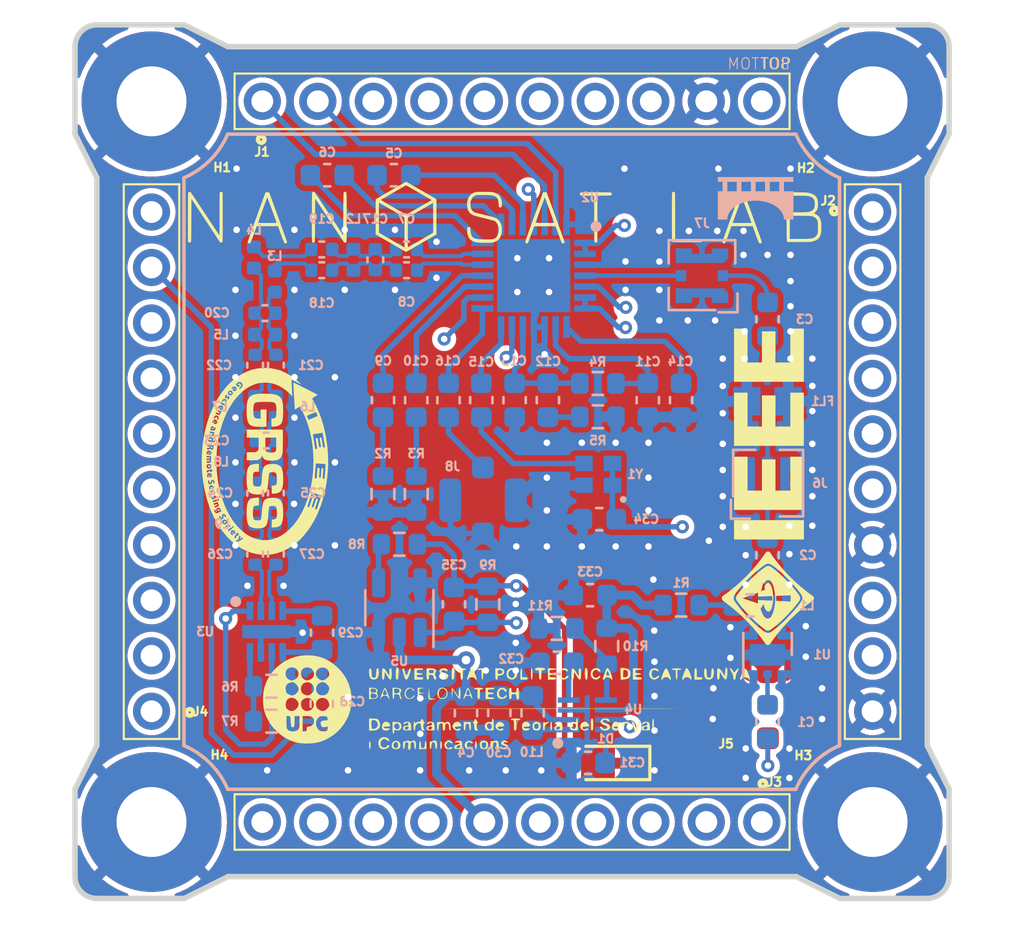
<source format=kicad_pcb>
(kicad_pcb (version 20221018) (generator pcbnew)
  (layers (0 "F.Cu" signal) (1 "In1.Cu" signal) (2 "In2.Cu" signal) (31 "B.Cu" signal) (34 "B.Paste" user) (35 "F.Paste" user) (36 "B.SilkS" user "B.Silkscreen") (37 "F.SilkS" user "F.Silkscreen") (38 "B.Mask" user) (39 "F.Mask" user) (44 "Edge.Cuts" user))
  (net 0 "")
  (net 1 "Net-(C1-Pad1)")
  (net 2 "Net-(U1-In)")
  (net 3 "Net-(U1-Out&DCin)")
  (net 4 "Net-(C2-Pad2)")
  (net 5 "Net-(FL1-Out)")
  (net 6 "RF")
  (net 7 "P{slash}L_POWER")
  (net 8 "GND")
  (net 9 "Net-(U2-QDC+)")
  (net 10 "Net-(U2-QDC-)")
  (net 11 "Net-(U2-IDC+)")
  (net 12 "Net-(U2-IDC-)")
  (net 13 "Net-(U2-TUNEVCO)")
  (net 14 "Net-(U2-CPOUT)")
  (net 15 "Net-(U2-BYPVCO)")
  (net 16 "Net-(U2-XTAL)")
  (net 17 "Net-(U2-REFOUT)")
  (net 18 "Net-(C12-Pad2)")
  (net 19 "IF-")
  (net 20 "IF+")
  (net 21 "Net-(C16-Pad2)")
  (net 22 "A+")
  (net 23 "RSSI-")
  (net 24 "RSSI+")
  (net 25 "A-")
  (net 26 "B+")
  (net 27 "Net-(U3-CAP-)")
  (net 28 "Net-(U3-CAP+)")
  (net 29 "Net-(U4-BSTOUT)")
  (net 30 "Net-(U4-BYP)")
  (net 31 "5V")
  (net 32 "Net-(FL1-IN)")
  (net 33 "SDA1")
  (net 34 "SCL1")
  (net 35 "UART_RX")
  (net 36 "KILLSWITCH+")
  (net 37 "PFO")
  (net 38 "BATT-")
  (net 39 "NC")
  (net 40 "UART_TX")
  (net 41 "3V3_PERM")
  (net 42 "STM32_PA15")
  (net 43 "SWO")
  (net 44 "BATT_NTC")
  (net 45 "SOLAR_Y")
  (net 46 "SEL_PH2")
  (net 47 "SEL_PH1")
  (net 48 "HEATER_PWR")
  (net 49 "BURNCOMMS")
  (net 50 "SOLAR_Z")
  (net 51 "STM32_PB0")
  (net 52 "ADCS_POWER")
  (net 53 "RST_DRIVERS")
  (net 54 "ADC_PH")
  (net 55 "SEL_PH0")
  (net 56 "VCC_UMBILICAL")
  (net 57 "FAULT")
  (net 58 "CHRG")
  (net 59 "SWDIO")
  (net 60 "SWCLK")
  (net 61 "SOLAR_X")
  (net 62 "SDA3")
  (net 63 "SCL3")
  (net 64 "NRST")
  (net 65 "CLPROG")
  (net 66 "DAC_PL")
  (net 67 "ADC_PL")
  (net 68 "CHGOFF")
  (net 69 "Net-(U2-RFIN)")
  (net 70 "Net-(L1-Pad1)")
  (net 71 "Net-(U4-SW)")
  (net 72 "Net-(U2-QOUT-)")
  (net 73 "Net-(U2-QOUT+)")
  (net 74 "IO-")
  (net 75 "IO+")
  (net 76 "Net-(C9-Pad1)")
  (net 77 "Net-(C10-Pad1)")
  (net 78 "B-")
  (net 79 "C+")
  (net 80 "C-")
  (net 81 "D+")
  (net 82 "D-")
  (net 83 "Net-(U3-OUT)")
  (net 84 "E+")
  (net 85 "E-")
  (net 86 "Net-(Y1-Out)")
  (net 87 "Net-(C35-Pad2)")
  (net 88 "Net-(U5--)")
  (net 89 "Net-(U4-FB)")
  (footprint "passive-nsl:SLCD-61N8" (layer "F.Cu") (at 107.35 72.85 180)
    (fp_text reference "D1")
    (fp_text value "SLCD-61N8")
  )
  (footprint "MountingHole:MountingHole_3.2mm_M3_Pad" (layer "F.Cu") (at 86.558 75.616)
    (fp_text reference "H4")
    (fp_text value "MountingHole_Pad")
  )
  (footprint "connector-nsl:BBL-110-Y-X" (layer "F.Cu") (at 114.488 75.616 180)
    (fp_text reference "J3")
    (fp_text value "BBL-110-Y-X" hide)
  )
  (footprint "connector-nsl:U.FL-R-SMT-1(10)" (layer "F.Cu") (at 114.765 70.2818 180)
    (fp_text reference "J5")
    (fp_text value "U.FL-R-SMT")
  )
  (footprint "symbols-nsl:GRSS" (layer "F.Cu") (at 91.661797 59.098321 -90)
    (fp_text reference "Annotation2" hide)
    (fp_text value "Silkscreen_Annotation")
  )
  (footprint "connector-nsl:BBL-110-Y-X" (layer "F.Cu") (at 119.558 47.686 -90)
    (fp_text reference "J2")
    (fp_text value "BBL-110-Y-X" hide)
  )
  (footprint "symbols-nsl:UPC_positiu" (layer "F.Cu") (at 102.517329 70.424857)
    (fp_text reference "Annotation5" hide)
    (fp_text value "Silkscreen_Annotation")
  )
  (footprint "symbols-nsl:IEEE_logo" (layer "F.Cu") (at 114.8 58.75 90)
    (fp_text reference "Annotation4" hide)
    (fp_text value "Silkscreen_Annotation")
  )
  (footprint "MountingHole:MountingHole_3.2mm_M3_Pad" (layer "F.Cu") (at 119.558 42.616)
    (fp_text reference "H2")
    (fp_text value "MountingHole_Pad")
  )
  (footprint "connector-nsl:BBL-110-Y-X" (layer "F.Cu") (at 91.628 42.616)
    (fp_text reference "J1")
    (fp_text value "BBL-110-Y-X" hide)
  )
  (footprint "MountingHole:MountingHole_3.2mm_M3_Pad" (layer "F.Cu") (at 119.558 75.616)
    (fp_text reference "H3")
    (fp_text value "MountingHole_Pad")
  )
  (footprint "connector-nsl:BBL-110-Y-X" (layer "F.Cu") (at 86.558 70.546 90)
    (fp_text reference "J4")
    (fp_text value "BBL-110-Y-X" hide)
  )
  (footprint "MountingHole:MountingHole_3.2mm_M3_Pad" (layer "F.Cu") (at 86.558 42.616)
    (fp_text reference "H1")
    (fp_text value "MountingHole_Pad")
  )
  (footprint "symbols-nsl:NSL_long" (layer "F.Cu") (at 103.363902 47.98113)
    (fp_text reference "Annotation3" hide)
    (fp_text value "Silkscreen_Annotation")
  )
  (footprint "connector-nsl:CoaxialSwitch_Hirose_MS-156C3_Horizontal" (layer "B.Cu") (at 111.75 50.6 180)
    (fp_text reference "J7")
    (fp_text value "MS-156C3")
  )
  (footprint "connector-nsl:U.FL-R-SMT-1(10)" (layer "B.Cu") (at 101.727 60.8838 180)
    (fp_text reference "J8")
    (fp_text value "U.FL-R-SMT")
  )
  (footprint "connector-nsl:CoaxialSwitch_Hirose_MS-156C3_Horizontal" (layer "B.Cu") (at 114.75 60.1 90)
    (fp_text reference "J6")
    (fp_text value "MS-156C3")
  )
  (footprint "Capacitor_SMD:C_0402_1005Metric" (layer "B.Cu") (at 91.3 60.565 90)
    (fp_text reference "C24")
    (fp_text value "12 pF")
  )
  (footprint "Capacitor_SMD:C_0603_1608Metric" (layer "B.Cu") (at 97.15 56.3 90)
    (fp_text reference "C9")
    (fp_text value "47nF")
  )
  (footprint "Resistor_SMD:R_0603_1608Metric" (layer "B.Cu") (at 110.7948 65.6844)
    (fp_text reference "R1")
    (fp_text value "87.5")
  )
  (footprint "Capacitor_SMD:C_0402_1005Metric" (layer "B.Cu") (at 96.8 49.8725 -90)
    (fp_text reference "C17")
    (fp_text value "300pF")
  )
  (footprint "Resistor_SMD:R_0603_1608Metric" (layer "B.Cu") (at 97.15 60.6 -90)
    (fp_text reference "R2")
    (fp_text value "75")
  )
  (footprint "Capacitor_SMD:C_0603_1608Metric" (layer "B.Cu") (at 97.65 46)
    (fp_text reference "C5")
    (fp_text value "47nF")
  )
  (footprint "Resistor_SMD:R_0603_1608Metric" (layer "B.Cu") (at 98.674 60.6 -90)
    (fp_text reference "R3")
    (fp_text value "75")
  )
  (footprint "Capacitor_SMD:C_0402_1005Metric" (layer "B.Cu") (at 91.75 52.315)
    (fp_text reference "C20")
    (fp_text value "500pF")
  )
  (footprint "Resistor_SMD:R_0603_1608Metric" (layer "B.Cu") (at 92.05 69.4 180)
    (fp_text reference "R6")
    (fp_text value "33K")
  )
  (footprint "Capacitor_SMD:C_0603_1608Metric" (layer "B.Cu") (at 109.27 56.3 -90)
    (fp_text reference "C11")
    (fp_text value "2.2pF")
  )
  (footprint "Capacitor_SMD:C_0603_1608Metric" (layer "B.Cu") (at 98.674 56.3 90)
    (fp_text reference "C10")
    (fp_text value "47nF")
  )
  (footprint "Capacitor_SMD:C_0402_1005Metric" (layer "B.Cu") (at 98.228 49.4)
    (fp_text reference "C7")
    (fp_text value "47nF")
  )
  (footprint "Inductor_SMD:L_0603_1608Metric" (layer "B.Cu") (at 103.999 70.622 -90)
    (fp_text reference "L10")
    (fp_text value "4.7uH")
  )
  (footprint "Capacitor_SMD:C_0402_1005Metric" (layer "B.Cu") (at 91.3 63.35 90)
    (fp_text reference "C26")
    (fp_text value "10nF")
  )
  (footprint "Inductor_SMD:L_0402_1005Metric" (layer "B.Cu") (at 91.75 53.3 180)
    (fp_text reference "L5")
    (fp_text value "10.2nH")
  )
  (footprint "Capacitor_SMD:C_0402_1005Metric" (layer "B.Cu") (at 94.35 49.4)
    (fp_text reference "C19")
    (fp_text value "1.3pF")
  )
  (footprint "Capacitor_SMD:C_0603_1608Metric" (layer "B.Cu") (at 100.4 65.65 90)
    (fp_text reference "C35")
    (fp_text value "100 pF")
  )
  (footprint "rf-nsl:QFN50P500X500X80-29N" (layer "B.Cu") (at 104.05 50.6 180)
    (fp_text reference "U2")
    (fp_text value "MAX2121" hide)
  )
  (footprint "Package_SON:WSON-6-1EP_2x2mm_P0.65mm_EP1x1.6mm" (layer "B.Cu") (at 114.75 67.9625 90)
    (fp_text reference "U1")
    (fp_text value "LEE2-6+")
  )
  (footprint "Capacitor_SMD:C_0603_1608Metric" (layer "B.Cu") (at 104.698 56.3 -90)
    (fp_text reference "C12")
    (fp_text value "270pF")
  )
  (footprint "passive-nsl:ECSTXO201633320TR" (layer "B.Cu") (at 107 59.7 180)
    (fp_text reference "Y1")
    (fp_text value "ECS-TXO-2016MV" hide)
  )
  (footprint "Capacitor_SMD:C_0603_1608Metric" (layer "B.Cu") (at 114.75 63.4 90)
    (fp_text reference "C2")
    (fp_text value "1nF")
  )
  (footprint "Package_TO_SOT_SMD:TSOT-23-5" (layer "B.Cu") (at 97.9 65.8 90)
    (fp_text reference "U5")
    (fp_text value "TL071")
  )
  (footprint "Inductor_SMD:L_0402_1005Metric" (layer "B.Cu") (at 91.24 49.7675 90)
    (fp_text reference "L4")
    (fp_text value "3.9nH")
  )
  (footprint "Capacitor_SMD:C_0402_1005Metric" (layer "B.Cu") (at 92.25 60.55 90)
    (fp_text reference "C25")
    (fp_text value "12 pF")
  )
  (footprint "Capacitor_SMD:C_0603_1608Metric" (layer "B.Cu") (at 101.65 56.3 -90)
    (fp_text reference "C15")
    (fp_text value "1.2nF")
  )
  (footprint "rf-nsl:GE0805C-3" (layer "B.Cu") (at 114.75 56.35 90)
    (fp_text reference "FL1")
    (fp_text value "BFCG162W")
  )
  (footprint "Capacitor_SMD:C_0603_1608Metric" (layer "B.Cu") (at 114.75 52.6 90)
    (fp_text reference "C3")
    (fp_text value "1nF")
  )
  (footprint "Inductor_SMD:L_0603_1608Metric" (layer "B.Cu") (at 113.95 65.7)
    (fp_text reference "L1")
    (fp_text value "100nH")
  )
  (footprint "Capacitor_SMD:C_0603_1608Metric" (layer "B.Cu") (at 106.6292 65.2272)
    (fp_text reference "C33")
    (fp_text value "1uF")
  )
  (footprint "Resistor_SMD:R_0603_1608Metric" (layer "B.Cu") (at 101.95 65.65 -90)
    (fp_text reference "R9")
    (fp_text value "2k")
  )
  (footprint "Inductor_SMD:L_0402_1005Metric" (layer "B.Cu") (at 92.2 50.8675 90)
    (fp_text reference "L3")
    (fp_text value "3.9nH")
  )
  (footprint "Resistor_SMD:R_0603_1608Metric" (layer "B.Cu") (at 97.9 62.9)
    (fp_text reference "R8")
    (fp_text value "100")
  )
  (footprint "Capacitor_SMD:C_0402_1005Metric" (layer "B.Cu") (at 92.25 63.35 90)
    (fp_text reference "C27")
    (fp_text value "10nF")
  )
  (footprint "Capacitor_SMD:C_0402_1005Metric" (layer "B.Cu") (at 91.3 54.7 90)
    (fp_text reference "C22")
    (fp_text value "1.3pF")
  )
  (footprint "Inductor_SMD:L_0402_1005Metric" (layer "B.Cu") (at 91.8 59.135 180)
    (fp_text reference "L8")
    (fp_text value "16.4nH")
  )
  (footprint "Capacitor_SMD:C_0603_1608Metric" (layer "B.Cu") (at 94.362 66.9485 90)
    (fp_text reference "C29")
    (fp_text value "33nF")
  )
  (footprint "Capacitor_SMD:C_0402_1005Metric" (layer "B.Cu") (at 98.228 50.35)
    (fp_text reference "C8")
    (fp_text value "47nF")
  )
  (footprint "Capacitor_SMD:C_0402_1005Metric" (layer "B.Cu") (at 94.35 50.35)
    (fp_text reference "C18")
    (fp_text value "1.3pF")
  )
  (footprint "Inductor_SMD:L_0402_1005Metric" (layer "B.Cu") (at 95.8 49.8725 90)
    (fp_text reference "L2")
    (fp_text value "16.4nH")
  )
  (footprint "Capacitor_SMD:C_0402_1005Metric" (layer "B.Cu") (at 92.25 54.7 90)
    (fp_text reference "C21")
    (fp_text value "1.3pF")
  )
  (footprint "Resistor_SMD:R_0603_1608Metric" (layer "B.Cu") (at 106.984 55.538 180)
    (fp_text reference "R4")
    (fp_text value "120k")
  )
  (footprint "Capacitor_SMD:C_0603_1608Metric" (layer "B.Cu") (at 94.35 70.2 90)
    (fp_text reference "C28")
    (fp_text value "27pF")
  )
  (footprint "Capacitor_SMD:C_0603_1608Metric" (layer "B.Cu") (at 106.539 72.908)
    (fp_text reference "C31")
    (fp_text value "4.7uF")
  )
  (footprint "Capacitor_SMD:C_0603_1608Metric" (layer "B.Cu") (at 107.05 61.75)
    (fp_text reference "C34")
    (fp_text value "47nF")
  )
  (footprint "Capacitor_SMD:C_0402_1005Metric" (layer "B.Cu") (at 91.8 58.15)
    (fp_text reference "C23")
    (fp_text value "300pF")
  )
  (footprint "Capacitor_SMD:C_0603_1608Metric" (layer "B.Cu") (at 94.6 46)
    (fp_text reference "C6")
    (fp_text value "47nF")
  )
  (footprint "power-nsl:SON45P200X200X80-9N" (layer "B.Cu") (at 106.5 70.709)
    (fp_text reference "U4")
    (fp_text value "LT3048" hide)
  )
  (footprint "Inductor_SMD:L_0402_1005Metric" (layer "B.Cu") (at 91.3 56.6 90)
    (fp_text reference "L7")
    (fp_text value "3.9nH")
  )
  (footprint "Inductor_SMD:L_0402_1005Metric" (layer "B.Cu") (at 92.25 56.6 90)
    (fp_text reference "L6")
    (fp_text value "3.9nH")
  )
  (footprint "Capacitor_SMD:C_0603_1608Metric" (layer "B.Cu") (at 102.475 70.622 -90)
    (fp_text reference "C30")
    (fp_text value "1uF")
  )
  (footprint "symbols-nsl:Bridgemaker" (layer "B.Cu") (at 114.25 47.15 180)
    (fp_text reference "Annotation1" hide)
    (fp_text value "Silkscreen_Annotation")
  )
  (footprint "Capacitor_SMD:C_0603_1608Metric" (layer "B.Cu") (at 100.15 56.3 -90)
    (fp_text reference "C16")
    (fp_text value "1.2nF")
  )
  (footprint "Capacitor_SMD:C_0603_1608Metric" (layer "B.Cu") (at 105.1052 68.326)
    (fp_text reference "C32")
    (fp_text value "1nF")
  )
  (footprint "Inductor_SMD:L_0402_1005Metric" (layer "B.Cu") (at 91.75 61.95 180)
    (fp_text reference "L9")
    (fp_text value "680 nH")
  )
  (footprint "Resistor_SMD:R_0603_1608Metric" (layer "B.Cu") (at 105.1052 66.7512)
    (fp_text reference "R11")
    (fp_text value "120k")
  )
  (footprint "Resistor_SMD:R_0603_1608Metric" (layer "B.Cu") (at 106.984 57.062)
    (fp_text reference "R5")
    (fp_text value "15k")
  )
  (footprint "Capacitor_SMD:C_0603_1608Metric" (layer "B.Cu") (at 110.794 56.3 -90)
    (fp_text reference "C14")
    (fp_text value "47nF")
  )
  (footprint "Capacitor_SMD:C_0603_1608Metric" (layer "B.Cu") (at 100.95 70.634 -90)
    (fp_text reference "C4")
    (fp_text value "1nF")
  )
  (footprint "Capacitor_SMD:C_0603_1608Metric" (layer "B.Cu") (at 103.174 56.3 -90)
    (fp_text reference "C13")
    (fp_text value "22pF")
  )
  (footprint "rf-nsl:SON50P200X300X80-9N-D" (layer "B.Cu") (at 91.81 66.9 -90)
    (fp_text reference "U3")
    (fp_text value "LT5537" hide)
  )
  (footprint "Resistor_SMD:R_0603_1608Metric" (layer "B.Cu") (at 107.3912 67.564 90)
    (fp_text reference "R10")
    (fp_text value "360k")
  )
  (footprint "Capacitor_SMD:C_0603_1608Metric" (layer "B.Cu") (at 114.75 71.025 90)
    (fp_text reference "C1")
    (fp_text value "1nF")
  )
  (footprint "Resistor_SMD:R_0603_1608Metric" (layer "B.Cu") (at 92.05 71)
    (fp_text reference "R7")
    (fp_text value "33K")
  )
  (gr_line locked (start 118.043 72.1172) (end 118.043 46.1172) (stroke (width 0.15)) (layer "B.SilkS"))
  (gr_arc locked (start 88.043 72.117201) (mid 89.235583 72.924617) (end 90.042999 74.1172) (stroke (width 0.15)) (layer "B.SilkS"))
  (gr_arc locked (start 116.043001 74.1172) (mid 116.850413 72.92461) (end 118.043 72.117201) (stroke (width 0.15)) (layer "B.SilkS"))
  (gr_line locked (start 90.043 44.1172) (end 116.043 44.1172) (stroke (width 0.15)) (layer "B.SilkS"))
  (gr_line locked (start 88.043 46.1172) (end 88.043 72.1172) (stroke (width 0.15)) (layer "B.SilkS"))
  (gr_line locked (start 90.043 74.1172) (end 116.043 74.1172) (stroke (width 0.15)) (layer "B.SilkS"))
  (gr_arc locked (start 90.042999 44.1172) (mid 89.235576 45.309774) (end 88.043 46.117199) (stroke (width 0.15)) (layer "B.SilkS"))
  (gr_arc locked (start 118.043 46.117199) (mid 116.85042 45.30978) (end 116.043001 44.1172) (stroke (width 0.15)) (layer "B.SilkS"))
  (gr_arc locked (start 90.042999 44.1172) (mid 89.235576 45.309774) (end 88.043 46.117199) (stroke (width 0.15)) (layer "F.SilkS"))
  (gr_arc locked (start 118.043 46.117199) (mid 116.85042 45.30978) (end 116.043001 44.1172) (stroke (width 0.15)) (layer "F.SilkS"))
  (gr_arc locked (start 88.043 72.117201) (mid 89.235583 72.924617) (end 90.042999 74.1172) (stroke (width 0.15)) (layer "F.SilkS"))
  (gr_line locked (start 118.043 72.1172) (end 118.043 46.1172) (stroke (width 0.15)) (layer "F.SilkS"))
  (gr_line locked (start 90.043 74.1172) (end 116.043 74.1172) (stroke (width 0.15)) (layer "F.SilkS"))
  (gr_line locked (start 90.043 44.1172) (end 116.043 44.1172) (stroke (width 0.15)) (layer "F.SilkS"))
  (gr_arc locked (start 116.043001 74.1172) (mid 116.850413 72.92461) (end 118.043 72.117201) (stroke (width 0.15)) (layer "F.SilkS"))
  (gr_line locked (start 88.043 46.1172) (end 88.043 72.1172) (stroke (width 0.15)) (layer "F.SilkS"))
  (gr_arc locked (start 123.058 78.116) (mid 122.765107 78.823107) (end 122.058 79.116) (stroke (width 0.25)) (layer "Edge.Cuts"))
  (gr_line locked (start 116.058 78.116) (end 90.058 78.116) (stroke (width 0.25)) (layer "Edge.Cuts"))
  (gr_arc locked (start 84.058 79.116) (mid 83.350893 78.823107) (end 83.058 78.116) (stroke (width 0.25)) (layer "Edge.Cuts"))
  (gr_arc locked (start 83.057969 40.116) (mid 83.348049 39.411705) (end 84.05 39.116001) (stroke (width 0.25)) (layer "Edge.Cuts"))
  (gr_line locked (start 118.058 79.116) (end 122.058 79.116) (stroke (width 0.25)) (layer "Edge.Cuts"))
  (gr_line locked (start 116.058 78.116) (end 118.058 79.116) (stroke (width 0.25)) (layer "Edge.Cuts"))
  (gr_line locked (start 116.058 40.117) (end 118.057 39.116) (stroke (width 0.25)) (layer "Edge.Cuts"))
  (gr_line locked (start 84.05 39.116) (end 88.059 39.116) (stroke (width 0.25)) (layer "Edge.Cuts"))
  (gr_line locked (start 83.058 44.116) (end 83.057969 40.116) (stroke (width 0.25)) (layer "Edge.Cuts"))
  (gr_line locked (start 84.058 46.116) (end 83.058 44.116) (stroke (width 0.25)) (layer "Edge.Cuts"))
  (gr_line locked (start 122.058 46.116) (end 122.058 72.116) (stroke (width 0.25)) (layer "Edge.Cuts"))
  (gr_line locked (start 90.058 40.117) (end 100.912 40.117) (stroke (width 0.25)) (layer "Edge.Cuts"))
  (gr_line locked (start 90.058 78.116) (end 88.058 79.116) (stroke (width 0.25)) (layer "Edge.Cuts"))
  (gr_line locked (start 123.058 44.116) (end 122.058 46.116) (stroke (width 0.25)) (layer "Edge.Cuts"))
  (gr_line locked (start 83.058 78.116) (end 83.058 74.116) (stroke (width 0.25)) (layer "Edge.Cuts"))
  (gr_line locked (start 103.058 40.117) (end 116.058 40.117) (stroke (width 0.25)) (layer "Edge.Cuts"))
  (gr_line locked (start 123.058 74.116) (end 123.058 78.116) (stroke (width 0.25)) (layer "Edge.Cuts"))
  (gr_line locked (start 88.059 39.116) (end 90.058 40.117) (stroke (width 0.25)) (layer "Edge.Cuts"))
  (gr_line locked (start 118.057 39.116) (end 122.057 39.116) (stroke (width 0.25)) (layer "Edge.Cuts"))
  (gr_line locked (start 123.058 44.116) (end 123.058 40.116) (stroke (width 0.25)) (layer "Edge.Cuts"))
  (gr_line locked (start 100.912 40.117) (end 103.058 40.117) (stroke (width 0.25)) (layer "Edge.Cuts"))
  (gr_arc locked (start 122.057 39.116) (mid 122.764753 39.408539) (end 123.058 40.116) (stroke (width 0.25)) (layer "Edge.Cuts"))
  (gr_line locked (start 84.058 72.116) (end 84.058 46.116) (stroke (width 0.25)) (layer "Edge.Cuts"))
  (gr_line locked (start 83.058 74.116) (end 84.058 72.116) (stroke (width 0.25)) (layer "Edge.Cuts"))
  (gr_line locked (start 88.058 79.116) (end 84.058 79.116) (stroke (width 0.25)) (layer "Edge.Cuts"))
  (gr_line locked (start 122.058 72.116) (end 123.058 74.116) (stroke (width 0.25)) (layer "Edge.Cuts"))
  (gr_text locked "BOTTOM" (at 115.824 40.894) (layer "B.SilkS") (effects (font (size 0.5 0.5) (thickness 0.05)) (justify left mirror)))
  (gr_text locked "TOP" (at 114.4 40.894) (layer "F.SilkS") (effects (font (size 0.5 0.5) (thickness 0.05)) (justify left)))
  (segment (start 114.765 73.035) (end 114.765 71.7818) (width 0.21) (layer "F.Cu") (net 1))
  (via (at 114.765 73.035) (size 0.6) (drill 0.3) (layers "F.Cu" "B.Cu") (net 1))
  (segment (start 114.75 71.8) (end 114.75 73.02) (width 0.21) (layer "B.Cu") (net 1))
  (segment (start 114.75 68.85) (end 114.75 70.25) (width 0.21) (layer "B.Cu") (net 2))
  (segment (start 114.75 65.7125) (end 114.7375 65.7) (width 0.21) (layer "B.Cu") (net 3))
  (segment (start 114.75 67.075) (end 114.75 65.7125) (width 0.21) (layer "B.Cu") (net 3))
  (segment (start 114.7375 64.1875) (end 114.75 64.175) (width 0.21) (layer "B.Cu") (net 3))
  (segment (start 114.7375 65.7) (end 114.7375 64.1875) (width 0.21) (layer "B.Cu") (net 3))
  (segment (start 114.75 61.06) (end 114.75 62.625) (width 0.21) (layer "B.Cu") (net 4))
  (segment (start 114.75 53.375) (end 114.75 54.975) (width 0.21) (layer "B.Cu") (net 5))
  (segment (start 113.75 50.6) (end 112.71 50.6) (width 0.21) (layer "B.Cu") (net 6))
  (segment (start 114.75 51.6) (end 114.75 51.825) (width 0.21) (layer "B.Cu") (net 6))
  (arc (start 114.75 51.6) (mid 114.457106 50.892893) (end 113.75 50.6) (width 0.21) (layer "B.Cu") (net 6))
  (via (at 103.8 46.65) (size 0.6) (drill 0.3) (layers "F.Cu" "B.Cu") (net 7))
  (via (at 99.95 53.5) (size 0.6) (drill 0.3) (layers "F.Cu" "B.Cu") (net 7))
  (via (at 100.95 68.2) (size 0.8) (drill 0.4) (layers "F.Cu" "B.Cu") (net 7))
  (via (at 108.2 48.3) (size 0.6) (drill 0.3) (layers "F.Cu" "B.Cu") (net 7))
  (via (at 108.25 52.9755) (size 0.6) (drill 0.3) (layers "F.Cu" "B.Cu") (net 7))
  (via (at 110.85 62.1) (size 0.6) (drill 0.3) (layers "F.Cu" "B.Cu") (net 7))
  (via (at 108.444 71.257) (size 0.6) (drill 0.3) (layers "F.Cu" "B.Cu") (net 7))
  (via (at 89.95 66.3) (size 0.6) (drill 0.3) (layers "F.Cu" "B.Cu") (net 7))
  (via (at 102.791589 54.341589) (size 0.6) (drill 0.3) (layers "F.Cu" "B.Cu") (net 7))
  (segment (start 97.9 67.95) (end 97.9 66.9375) (width 0.4) (layer "B.Cu") (net 7))
  (segment (start 106.4 49.6) (end 106.4 49.1) (width 0.25) (layer "B.Cu") (net 7))
  (segment (start 102.475 69.847) (end 103.9865 69.847) (width 0.4) (layer "B.Cu") (net 7))
  (segment (start 107.05 52.1) (end 106.4 52.1) (width 0.25) (layer "B.Cu") (net 7))
  (segment (start 99.95 53.5) (end 100.85 52.6) (width 0.25) (layer "B.Cu") (net 7))
  (segment (start 104.05 48.25) (end 104.05 46.9) (width 0.25) (layer "B.Cu") (net 7))
  (segment (start 101.05 51.6) (end 101.7 51.6) (width 0.25) (layer "B.Cu") (net 7))
  (segment (start 89.95 66.3) (end 90.2875 65.9625) (width 0.25) (layer "B.Cu") (net 7))
  (segment (start 103.05 52.95) (end 103.05 54.083178) (width 0.25) (layer "B.Cu") (net 7))
  (segment (start 108.2 48.3) (end 107.8 48.3) (width 0.25) (layer "B.Cu") (net 7))
  (segment (start 108.444 71.257) (end 108.121 70.934) (width 0.25) (layer "B.Cu") (net 7))
  (segment (start 90.6 72.05) (end 89.95 71.4) (width 0.25) (layer "B.Cu") (net 7))
  (segment (start 105.65 70.934) (end 104.825 70.934) (width 0.25) (layer "B.Cu") (net 7))
  (segment (start 99.6 73.4188) (end 101.788 75.6068) (width 0.4) (layer "B.Cu") (net 7))
  (segment (start 100.95 69.859) (end 100.95 68.2) (width 0.4) (layer "B.Cu") (net 7))
  (segment (start 100.95 69.859) (end 102.463 69.859) (width 0.4) (layer "B.Cu") (net 7))
  (segment (start 89.95 71.4) (end 89.95 66.3) (width 0.25) (layer "B.Cu") (net 7))
  (segment (start 108.121 70.934) (end 107.35 70.934) (width 0.25) (layer "B.Cu") (net 7))
  (segment (start 98.15 68.2) (end 97.9 67.95) (width 0.4) (layer "B.Cu") (net 7))
  (segment (start 107 49.1) (end 106.4 49.1) (width 0.25) (layer "B.Cu") (net 7))
  (segment (start 108.175 62.1) (end 107.825 61.75) (width 0.25) (layer "B.Cu") (net 7))
  (segment (start 103.05 54.083178) (end 102.791589 54.341589) (width 0.25) (layer "B.Cu") (net 7))
  (segment (start 107.8 48.3) (end 107 49.1) (width 0.25) (layer "B.Cu") (net 7))
  (segment (start 107.9255 52.9755) (end 107.05 52.1) (width 0.25) (layer "B.Cu") (net 7))
  (segment (start 102.463 69.859) (end 102.475 69.847) (width 0.25) (layer "B.Cu") (net 7))
  (segment (start 103.999 70.108) (end 103.999 69.8345) (width 0.25) (layer "B.Cu") (net 7))
  (segment (start 92.06 67.8375) (end 92.06 71.74) (width 0.25) (layer "B.Cu") (net 7))
  (segment (start 106.4 51.6) (end 106.4 52.1) (width 0.25) (layer "B.Cu") (net 7))
  (segment (start 100.85 51.8) (end 101.05 51.6) (width 0.25) (layer "B.Cu") (net 7))
  (segment (start 99.6 70.4) (end 99.6 73.4188) (width 0.4) (layer "B.Cu") (net 7))
  (segment (start 110.85 62.1) (end 108.175 62.1) (width 0.25) (layer "B.Cu") (net 7))
  (segment (start 100.141 69.859) (end 99.6 70.4) (width 0.4) (layer "B.Cu") (net 7))
  (segment (start 92.06 71.74) (end 91.75 72.05) (width 0.25) (layer "B.Cu") (net 7))
  (segment (start 100.85 52.6) (end 100.85 51.8) (width 0.25) (layer "B.Cu") (net 7))
  (segment (start 104.825 70.934) (end 103.999 70.108) (width 0.25) (layer "B.Cu") (net 7))
  (segment (start 100.95 68.2) (end 98.15 68.2) (width 0.4) (layer "B.Cu") (net 7))
  (segment (start 103.9865 69.847) (end 103.999 69.8345) (width 0.25) (layer "B.Cu") (net 7))
  (segment (start 100.95 69.859) (end 100.141 69.859) (width 0.4) (layer "B.Cu") (net 7))
  (segment (start 90.2875 65.9625) (end 91.06 65.9625) (width 0.25) (layer "B.Cu") (net 7))
  (segment (start 108.25 52.9755) (end 107.9255 52.9755) (width 0.25) (layer "B.Cu") (net 7))
  (segment (start 107.65 61.575) (end 107.825 61.75) (width 0.25) (layer "B.Cu") (net 7))
  (segment (start 104.05 46.9) (end 103.8 46.65) (width 0.25) (layer "B.Cu") (net 7))
  (segment (start 107.65 60.2) (end 107.65 61.575) (width 0.25) (layer "B.Cu") (net 7))
  (segment (start 107.65 60.2) (end 107.65 59.2) (width 0.25) (layer "B.Cu") (net 7))
  (segment (start 91.75 72.05) (end 90.6 72.05) (width 0.25) (layer "B.Cu") (net 7))
  (via (at 115.75 73.6) (size 0.6) (drill 0.3) (layers "F.Cu" "B.Cu") (net 8))
  (via (at 98.8568 71.5772) (size 0.6) (drill 0.3) (layers "F.Cu" "B.Cu") (net 8))
  (via (at 109.8 48.55) (size 0.6) (drill 0.3) (layers "F.Cu" "B.Cu") (net 8))
  (via (at 116.8 62.05) (size 0.6) (drill 0.3) (layers "F.Cu" "B.Cu") (net 8))
  (via (at 104.55 54.2) (size 0.6) (drill 0.3) (layers "F.Cu" "B.Cu") (net 8))
  (via (at 112.7 56.9) (size 0.6) (drill 0.3) (layers "F.Cu" "B.Cu") (net 8))
  (via (at 106.25 63) (size 0.6) (drill 0.3) (layers "F.Cu" "B.Cu") (net 8))
  (via (at 95.55 69.9) (size 0.6) (drill 0.3) (layers "F.Cu" "B.Cu") (net 8))
  (via (at 94.95 55.25) (size 0.6) (drill 0.3) (layers "F.Cu" "B.Cu") (net 8))
  (via (at 99.6 49.05) (size 0.6) (drill 0.3) (layers "F.Cu" "B.Cu") (net 8))
  (via (at 91.85 73.25) (size 0.6) (drill 0.3) (layers "F.Cu" "B.Cu") (net 8))
  (via (at 97.7 48.5) (size 0.6) (drill 0.3) (layers "F.Cu" "B.Cu") (net 8))
  (via (at 93.473 66.9485) (size 0.6) (drill 0.3) (layers "F.Cu" "B.Cu") (net 8))
  (via (at 113.65 48.55) (size 0.6) (drill 0.3) (layers "F.Cu" "B.Cu") (net 8))
  (via (at 97.7 51.25) (size 0.6) (drill 0.3) (layers "F.Cu" "B.Cu") (net 8))
  (via (at 99.8728 68.9356) (size 0.6) (drill 0.3) (layers "F.Cu" "B.Cu") (net 8))
  (via (at 109.3 59.85) (size 0.6) (drill 0.3) (layers "F.Cu" "B.Cu") (net 8))
  (via (at 117.2464 70.9) (size 0.6) (drill 0.3) (layers "F.Cu" "B.Cu") (net 8))
  (via (at 115.75 62.05) (size 0.6) (drill 0.3) (layers "F.Cu" "B.Cu") (net 8))
  (via (at 115.75 64.75) (size 0.6) (drill 0.3) (layers "F.Cu" "B.Cu") (net 8))
  (via (at 90.95 64.8) (size 0.6) (drill 0.3) (layers "F.Cu" "B.Cu") (net 8))
  (via (at 116.8 55.65) (size 0.6) (drill 0.3) (layers "F.Cu" "B.Cu") (net 8))
  (via (at 104.65 63) (size 0.6) (drill 0.3) (layers "F.Cu" "B.Cu") (net 8))
  (via (at 90.4 62.95) (size 0.6) (drill 0.3) (layers "F.Cu" "B.Cu") (net 8))
  (via (at 90.4 57.1) (size 0.6) (drill 0.3) (layers "F.Cu" "B.Cu") (net 8))
  (via (at 116.8 58.3) (size 0.6) (drill 0.3) (layers "F.Cu" "B.Cu") (net 8))
  (via (at 109.3 58.25) (size 0.6) (drill 0.3) (layers "F.Cu" "B.Cu") (net 8))
  (via (at 109.8 49.95) (size 0.6) (drill 0.3) (layers "F.Cu" "B.Cu") (net 8))
  (via (at 113.75 63.4) (size 0.6) (drill 0.3) (layers "F.Cu" "B.Cu") (net 8))
  (via (at 95.4 51.25) (size 0.6) (drill 0.3) (layers "F.Cu" "B.Cu") (net 8))
  (via (at 112.7 55.65) (size 0.6) (drill 0.3) (layers "F.Cu" "B.Cu") (net 8))
  (via (at 109.5248 64.516) (size 0.6) (drill 0.3) (layers "F.Cu" "B.Cu") (net 8))
  (via (at 104.65 58.25) (size 0.6) (drill 0.3) (layers "F.Cu" "B.Cu") (net 8))
  (via (at 109.5756 68.2752) (size 0.6) (drill 0.3) (layers "F.Cu" "B.Cu") (net 8))
  (via (at 116.8 56.8) (size 0.6) (drill 0.3) (layers "F.Cu" "B.Cu") (net 8))
  (via (at 93.1 59.15) (size 0.6) (drill 0.3) (layers "F.Cu" "B.Cu") (net 8))
  (via (at 109.3 63) (size 0.6) (drill 0.3) (layers "F.Cu" "B.Cu") (net 8))
  (via (at 103.2256 65.6336) (size 0.6) (drill 0.3) (layers "F.Cu" "B.Cu") (net 8))
  (via (at 90.4 55.25) (size 0.6) (drill 0.3) (layers "F.Cu" "B.Cu") (net 8))
  (via (at 112.2426 70.9) (size 0.6) (drill 0.3) (layers "F.Cu" "B.Cu") (net 8))
  (via (at 93.1 62.95) (size 0.6) (drill 0.3) (layers "F.Cu" "B.Cu") (net 8))
  (via (at 90.4 59.15) (size 0.6) (drill 0.3) (layers "F.Cu" "B.Cu") (net 8))
  (via (at 101.854 68.6816) (size 0.6) (drill 0.3) (layers "F.Cu" "B.Cu") (net 8))
  (via (at 109.5756 71.4248) (size 0.6) (drill 0.3) (layers "F.Cu" "B.Cu") (net 8))
  (via (at 103.3 49.8) (size 0.6) (drill 0.3) (layers "F.Cu" "B.Cu") (net 8))
  (via (at 93.1 48.5) (size 0.6) (drill 0.3) (layers "F.Cu" "B.Cu") (net 8))
  (via (at 112.268 69.4944) (size 0.6) (drill 0.3) (layers "F.Cu" "B.Cu") (net 8))
  (via (at 93.1 53.35) (size 0.6) (drill 0.3) (layers "F.Cu" "B.Cu") (net 8))
  (via (at 95.55 73.25) (size 0.6) (drill 0.3) (layers "F.Cu" "B.Cu") (net 8))
  (via (at 113.7 54.4) (size 0.6) (drill 0.3) (layers "F.Cu" "B.Cu") (net 8))
  (via (at 112.5 45.7) (size 0.6) (drill 0.3) (layers "F.Cu" "B.Cu") (net 8))
  (via (at 112.7 54.4) (size 0.6) (drill 0.3) (layers "F.Cu" "B.Cu") (net 8))
  (via (at 116.5 68.05) (size 0.6) (drill 0.3) (layers "F.Cu" "B.Cu") (net 8))
  (via (at 103.2256 68.6816) (size 0.6) (drill 0.3) (layers "F.Cu" "B.Cu") (net 8))
  (via (at 115.8 52) (size 0.6) (drill 0.3) (layers "F.Cu" "B.Cu") (net 8))
  (via (at 107.8 63) (size 0.6) (drill 0.3) (layers "F.Cu" "B.Cu") (net 8))
  (via (at 93.0795 61.05) (size 0.6) (drill 0.3) (layers "F.Cu" "B.Cu") (net 8))
  (via (at 115.8 53.15) (size 0.6) (drill 0.3) (layers "F.Cu" "B.Cu") (net 8))
  (via (at 90.4 53.35) (size 0.6) (drill 0.3) (layers "F.Cu" "B.Cu") (net 8))
  (via (at 98.85 73.25) (size 0.6) (drill 0.3) (layers "F.Cu" "B.Cu") (net 8))
  (via (at 92.6 64.8) (size 0.6) (drill 0.3) (layers "F.Cu" "B.Cu") (net 8))
  (via (at 93.1 51.25) (size 0.6) (drill 0.3) (layers "F.Cu" "B.Cu") (net 8))
  (via (at 103.3 51.35) (size 0.6) (drill 0.3) (layers "F.Cu" "B.Cu") (net 8))
  (via (at 113.05 66.7) (size 0.6) (drill 0.3) (layers "F.Cu" "B.Cu") (net 8))
  (via (at 109.565045 66.8528) (size 0.6) (drill 0.3) (layers "F.Cu" "B.Cu") (net 8))
  (via (at 93.1 57.1) (size 0.6) (drill 0.3) (layers "F.Cu" "B.Cu") (net 8))
  (via (at 114.75 49.65) (size 0.6) (drill 0.3) (layers "F.Cu" "B.Cu") (net 8))
  (via (at 113.75 72.25) (size 0.6) (drill 0.3) (layers "F.Cu" "B.Cu") (net 8))
  (via (at 94.95 59.15) (size 0.6) (drill 0.3) (layers "F.Cu" "B.Cu") (net 8))
  (via (at 108.25 49.95) (size 0.6) (drill 0.3) (layers "F.Cu" "B.Cu") (net 8))
  (via (at 113.75 73.6) (size 0.6) (drill 0.3) (layers "F.Cu" "B.Cu") (net 8))
  (via (at 101.092 73.2536) (size 0.6) (drill 0.3) (layers "F.Cu" "B.Cu") (net 8))
  (via (at 95.4 48.5) (size 0.6) (drill 0.3) (layers "F.Cu" "B.Cu") (net 8))
  (via (at 112.7 62.1) (size 0.6) (drill 0.3) (layers "F.Cu" "B.Cu") (net 8))
  (via (at 108.25 51.25) (size 0.6) (drill 0.3) (layers "F.Cu" "B.Cu") (net 8))
  (via (at 103.2256 67.4116) (size 0.6) (drill 0.3) (layers "F.Cu" "B.Cu") (net 8))
  (via (at 112.7 60.7) (size 0.6) (drill 0.3) (layers "F.Cu" "B.Cu") (net 8))
  (via (at 104.394 73.2536) (size 0.6) (drill 0.3) (layers "F.Cu" "B.Cu") (net 8))
  (via (at 116.8 54.4) (size 0.6) (drill 0.3) (layers "F.Cu" "B.Cu") (net 8))
  (via (at 106.25 58.25) (size 0.6) (drill 0.3) (layers "F.Cu" "B.Cu") (net 8))
  (via (at 104.65 59.85) (size 0.6) (drill 0.3) (layers "F.Cu" "B.Cu") (net 8))
  (via (at 109.5756 73.25) (size 0.6) (drill 0.3) (layers "F.Cu" "B.Cu") (net 8))
  (via (at 113.75 64.75) (size 0.6) (drill 0.3) (layers "F.Cu" "B.Cu") (net 8))
  (via (at 115.8 50.85) (size 0.6) (drill 0.3) (layers "F.Cu" "B.Cu") (net 8))
  (via (at 103.25 63) (size 0.6) (drill 0.3) (layers "F.Cu" "B.Cu") (net 8))
  (via (at 112.0648 62.738) (size 0.6) (drill 0.3) (layers "F.Cu" "B.Cu") (net 8))
  (via (at 90.45 45.7) (size 0.6) (drill 0.3) (layers "F.Cu" "B.Cu") (net 8))
  (via (at 104.65 61.35) (size 0.6) (drill 0.3) (layers "F.Cu" "B.Cu") (net 8))
  (via (at 113.05 68.1) (size 0.6) (drill 0.3) (layers "F.Cu" "B.Cu") (net 8))
  (via (at 108.2 45.7) (size 0.6) (drill 0.3) (layers "F.Cu" "B.Cu") (net 8))
  (via (at 93.1 55.25) (size 0.6) (drill 0.3) (layers "F.Cu" "B.Cu") (net 8))
  (via (at 98.8568 69.9516) (size 0.6) (drill 0.3) (layers "F.Cu" "B.Cu") (net 8))
  (via (at 102.7684 73.2536) (size 0.6) (drill 0.3) (layers "F.Cu" "B.Cu") (net 8))
  (via (at 115.8 49.65) (size 0.6) (drill 0.3) (layers "F.Cu" "B.Cu") (net 8))
  (via (at 104.75 51.35) (size 0.6) (drill 0.3) (layers "F.Cu" "B.Cu") (net 8))
  (via (at 109.3 61.35) (size 0.6) (drill 0.3) (layers "F.Cu" "B.Cu") (net 8))
  (via (at 90.45 48.5) (size 0.6) (drill 0.3) (layers "F.Cu" "B.Cu") (net 8))
  (via (at 109.5756 69.85) (size 0.6) (drill 0.3) (layers "F.Cu" "B.Cu") (net 8))
  (via (at 109.8 52.65) (size 0.6) (drill 0.3) (layers "F.Cu" "B.Cu") (net 8))
  (via (at 90.4 51.25) (size 0.6) (drill 0.3) (layers "F.Cu" "B.Cu") (net 8))
  (via (at 112.7 59.5) (size 0.6) (drill 0.3) (layers "F.Cu" "B.Cu") (net 8))
  (via (at 112.35 52.65) (size 0.6) (drill 0.3) (layers "F.Cu" "B.Cu") (net 8))
  (via (at 111.1 52.65) (size 0.6) (drill 0.3) (layers "F.Cu" "B.Cu") (net 8))
  (via (at 116.8 59.5) (size 0.6) (drill 0.3) (layers "F.Cu" "B.Cu") (net 8))
  (via (at 90.4 61.05) (size 0.6) (drill 0.3) (layers "F.Cu" "B.Cu") (net 8))
  (via (at 112.45 48.55) (size 0.6) (drill 0.3) (layers "F.Cu" "B.Cu") (net 8))
  (via (at 104.75 49.8) (size 0.6) (drill 0.3) (layers "F.Cu" "B.Cu") (net 8))
  (via (at 113.65 49.65) (size 0.6) (drill 0.3) (layers "F.Cu" "B.Cu") (net 8))
  (via (at 115.8 54.4) (size 0.6) (drill 0.3) (layers "F.Cu" "B.Cu") (net 8))
  (via (at 99.6 50.7) (size 0.6) (drill 0.3) (layers "F.Cu" "B.Cu") (net 8))
  (via (at 116.5 66.65) (size 0.6) (drill 0.3) (layers "F.Cu" "B.Cu") (net 8))
  (via (at 116.8 60.7) (size 0.6) (drill 0.3) (layers "F.Cu" "B.Cu") (net 8))
  (via (at 115.8 45.7) (size 0.6) (drill 0.3) (layers "F.Cu" "B.Cu") (net 8))
  (via (at 113.75 62.1) (size 0.6) (drill 0.3) (layers "F.Cu" "B.Cu") (net 8))
  (via (at 109.8 51.25) (size 0.6) (drill 0.3) (layers "F.Cu" "B.Cu") (net 8))
  (via (at 117.2464 69.4944) (size 0.6) (drill 0.3) (layers "F.Cu" "B.Cu") (net 8))
  (via (at 113.7 53.15) (size 0.6) (drill 0.3) (layers "F.Cu" "B.Cu") (net 8))
  (via (at 94.95 62.95) (size 0.6) (drill 0.3) (layers "F.Cu" "B.Cu") (net 8))
  (via (at 115.75 63.35) (size 0.6) (drill 0.3) (layers "F.Cu" "B.Cu") (net 8))
  (via (at 111.15 48.55) (size 0.6) (drill 0.3) (layers "F.Cu" "B.Cu") (net 8))
  (via (at 112.7 58.3) (size 0.6) (drill 0.3) (layers "F.Cu" "B.Cu") (net 8))
  (via (at 115.75 72.25) (size 0.6) (drill 0.3) (layers "F.Cu" "B.Cu") (net 8))
  (via (at 107.8 58.25) (size 0.6) (drill 0.3) (layers "F.Cu" "B.Cu") (net 8))
  (segment (start 111.75 51.415) (end 111.75 52) (width 0.25) (layer "B.Cu") (net 8))
  (segment (start 112.45 48.55) (end 111.75 49.25) (width 0.25) (layer "B.Cu") (net 8))
  (segment (start 106.475 70.484) (end 106.5 70.509) (width 0.25) (layer "B.Cu") (net 8))
  (segment (start 113.3 60.1) (end 112.7 60.7) (width 0.25) (layer "B.Cu") (net 8))
  (segment (start 98.7375 64.6625) (end 96.95 66.45) (width 0.25) (layer "B.Cu") (net 8))
  (segment (start 108.1 50.1) (end 108.25 49.95) (width 0.25) (layer "B.Cu") (net 8))
  (segment (start 116.2 60.1) (end 116.8 60.7) (width 0.25) (layer "B.Cu") (net 8))
  (segment (start 91.56 67.15) (end 91.56 67.8375) (width 0.25) (layer "B.Cu") (net 8))
  (segment (start 100.227 60.8838) (end 100.227 62.0254) (width 0.25) (layer "B.Cu") (net 8))
  (segment (start 106.5 70.509) (end 106.5 70.709) (width 0.25) (layer "B.Cu") (net 8))
  (segment (start 96.95 66.45) (end 96.95 66.9375) (width 0.25) (layer "B.Cu") (net 8))
  (segment (start 91.81 66.9) (end 93.4245 66.9) (width 0.25) (layer "B.Cu") (net 8))
  (segment (start 111.75 49.15) (end 111.15 48.55) (width 0.25) (layer "B.Cu") (net 8))
  (segment (start 105.65 70.484) (end 106.475 70.484) (width 0.25) (layer "B.Cu") (net 8))
  (segment (start 104.55 54.2) (end 104.55 52.95) (width 0.25) (layer "B.Cu") (net 8))
  (segment (start 104.05 52.95) (end 104.55 52.95) (width 0.25) (layer "B.Cu") (net 8))
  (segment (start 111.75 52.05) (end 112.35 52.65) (width 0.25) (layer "B.Cu") (net 8))
  (segment (start 100.227 62.0254) (end 100.6094 62.4078) (width 0.25) (layer "B.Cu") (net 8))
  (segment (start 106.4 50.1) (end 108.1 50.1) (width 0.25) (layer "B.Cu") (net 8))
  (segment (start 111.75 52) (end 111.1 52.65) (width 0.25) (layer "B.Cu") (net 8))
  (segment (start 93.4245 66.9) (end 93.473 66.9485) (width 0.25) (layer "B.Cu") (net 8))
  (segment (start 116.2 60.1) (end 116.8 59.5) (width 0.25) (layer "B.Cu") (net 8))
  (segment (start 106.35 61.675) (end 106.275 61.75) (width 0.25) (layer "B.Cu") (net 8))
  (segment (start 111.75 51.415) (end 111.75 52.05) (width 0.25) (layer "B.Cu") (net 8))
  (segment (start 111.75 49.25) (end 111.75 49.785) (width 0.25) (layer "B.Cu") (net 8))
  (segment (start 111.75 49.785) (end 111.75 49.15) (width 0.25) (layer "B.Cu") (net 8))
  (segment (start 100.6094 62.4078) (end 101.727 62.4078) (width 0.25) (layer "B.Cu") (net 8))
  (segment (start 106.5 70.709) (end 106.5 72.172) (width 0.25) (layer "B.Cu") (net 8))
  (segment (start 98.85 64.6625) (end 98.7375 64.6625) (width 0.25) (layer "B.Cu") (net 8))
  (segment (start 115.565 60.1) (end 116.2 60.1) (width 0.25) (layer "B.Cu") (net 8))
  (segment (start 91.81 66.9) (end 91.56 67.15) (width 0.25) (layer "B.Cu") (net 8))
  (segment (start 113.3 60.1) (end 112.7 59.5) (width 0.25) (layer "B.Cu") (net 8))
  (segment (start 113.935 60.1) (end 113.3 60.1) (width 0.25) (layer "B.Cu") (net 8))
  (segment (start 106.5 72.172) (end 105.764 72.908) (width 0.25) (layer "B.Cu") (net 8))
  (segment (start 102.413604 46.95) (end 97.2 46.95) (width 0.25) (layer "B.Cu") (net 9))
  (segment (start 103.075 47.611396) (end 102.413604 46.95) (width 0.25) (layer "B.Cu") (net 9))
  (segment (start 103.05 48.25) (end 103.075 48.225) (width 0.25) (layer "B.Cu") (net 9))
  (segment (start 96.875 46.625) (end 96.875 46) (width 0.25) (layer "B.Cu") (net 9))
  (segment (start 103.075 48.225) (end 103.075 47.611396) (width 0.25) (layer "B.Cu") (net 9))
  (segment (start 97.2 46.95) (end 96.875 46.625) (width 0.25) (layer "B.Cu") (net 9))
  (segment (start 103.55 48.25) (end 103.55 47.3) (width 0.25) (layer "B.Cu") (net 10))
  (segment (start 103.55 47.3) (end 102.25 46) (width 0.25) (layer "B.Cu") (net 10))
  (segment (start 102.25 46) (end 98.425 46) (width 0.25) (layer "B.Cu") (net 10))
  (segment (start 95.675 47.85) (end 93.825 46) (width 0.25) (layer "B.Cu") (net 11))
  (segment (start 100.45 47.85) (end 95.675 47.85) (width 0.25) (layer "B.Cu") (net 11))
  (segment (start 101.7 49.1) (end 100.45 47.85) (width 0.25) (layer "B.Cu") (net 11))
  (segment (start 102.55 48.25) (end 102.55 48.2) (width 0.25) (layer "B.Cu") (net 12))
  (segment (start 96.775 47.4) (end 95.375 46) (width 0.25) (layer "B.Cu") (net 12))
  (segment (start 102.55 48.2) (end 101.75 47.4) (width 0.25) (layer "B.Cu") (net 12))
  (segment (start 101.75 47.4) (end 96.775 47.4) (width 0.25) (layer "B.Cu") (net 12))
  (segment (start 107.809 55.538) (end 109.257 55.538) (width 0.25) (layer "B.Cu") (net 13))
  (segment (start 108.75 54.4) (end 105.65 54.4) (width 0.25) (layer "B.Cu") (net 13))
  (segment (start 105.05 53.8) (end 105.05 52.95) (width 0.25) (layer "B.Cu") (net 13))
  (segment (start 109.27 55.525) (end 109.27 54.92) (width 0.25) (layer "B.Cu") (net 13))
  (segment (start 105.65 54.4) (end 105.05 53.8) (width 0.25) (layer "B.Cu") (net 13))
  (segment (start 109.257 55.538) (end 109.27 55.525) (width 0.25) (layer "B.Cu") (net 13))
  (segment (start 109.27 54.92) (end 108.75 54.4) (width 0.25) (layer "B.Cu") (net 13))
  (segment (start 104.698 55.525) (end 106.146 55.525) (width 0.25) (layer "B.Cu") (net 14))
  (segment (start 103.174 54.876) (end 103.55 54.5) (width 0.25) (layer "B.Cu") (net 14))
  (segment (start 103.174 55.525) (end 103.174 54.876) (width 0.25) (layer "B.Cu") (net 14))
  (segment (start 106.146 55.525) (end 106.159 55.538) (width 0.25) (layer "B.Cu") (net 14))
  (segment (start 103.174 55.525) (end 104.698 55.525) (width 0.25) (layer "B.Cu") (net 14))
  (segment (start 103.55 54.5) (end 103.55 52.95) (width 0.25) (layer "B.Cu") (net 14))
  (segment (start 110.794 55.525) (end 110.794 54.344) (width 0.25) (layer "B.Cu") (net 15))
  (segment (start 110.05 53.6) (end 106.2 53.6) (width 0.25) (layer "B.Cu") (net 15))
  (segment (start 106.2 53.6) (end 105.55 52.95) (width 0.25) (layer "B.Cu") (net 15))
  (segment (start 110.794 54.344) (end 110.05 53.6) (width 0.25) (layer "B.Cu") (net 15))
  (segment (start 101.65 55.525) (end 101.65 54.6) (width 0.25) (layer "B.Cu") (net 16))
  (segment (start 101.65 54.6) (end 102.55 53.7) (width 0.25) (layer "B.Cu") (net 16))
  (segment (start 102.55 53.7) (end 102.55 52.95) (width 0.25) (layer "B.Cu") (net 16))
  (segment (start 101.7 53.25) (end 101.7 52.1) (width 0.25) (layer "B.Cu") (net 17))
  (segment (start 100.15 55.525) (end 100.15 54.8) (width 0.25) (layer "B.Cu") (net 17))
  (segment (start 100.15 54.8) (end 101.7 53.25) (width 0.25) (layer "B.Cu") (net 17))
  (segment (start 106.146 57.075) (end 106.159 57.062) (width 0.25) (layer "B.Cu") (net 18))
  (segment (start 104.698 57.075) (end 106.146 57.075) (width 0.25) (layer "B.Cu") (net 18))
  (segment (start 95.4875 49.7) (end 95.13 49.7) (width 0.185) (layer "B.Cu") (net 19))
  (segment (start 97.509999 49.690001) (end 97.0975 49.69) (width 0.185) (layer "B.Cu") (net 19))
  (segment (start 97.748 49.452) (end 97.509999 49.690001) (width 0.185) (layer "B.Cu") (net 19))
  (segment (start 97.0975 49.69) (end 96.8 49.3925) (width 0.185) (layer "B.Cu") (net 19))
  (segment (start 96.1125 49.7) (end 95.8 49.3875) (width 0.185) (layer "B.Cu") (net 19))
  (segment (start 95.13 49.7) (end 94.83 49.4) (width 0.185) (layer "B.Cu") (net 19))
  (segment (start 97.748 49.4) (end 97.748 49.452) (width 0.185) (layer "B.Cu") (net 19))
  (segment (start 96.8 49.4) (end 96.5 49.7) (width 0.185) (layer "B.Cu") (net 19))
  (segment (start 95.8 49.3875) (end 95.4875 49.7) (width 0.185) (layer "B.Cu") (net 19))
  (segment (start 96.5 49.7) (end 96.1125 49.7) (width 0.185) (layer "B.Cu") (net 19))
  (segment (start 96.8 49.3925) (end 96.8 49.4) (width 0.185) (layer "B.Cu") (net 19))
  (segment (start 95.135 50.045) (end 94.83 50.35) (width 0.185) (layer "B.Cu") (net 20))
  (segment (start 95.4875 50.045) (end 95.135 50.045) (width 0.185) (layer "B.Cu") (net 20))
  (segment (start 97.435001 50.035001) (end 97.1175 50.035) (width 0.185) (layer "B.Cu") (net 20))
  (segment (start 97.748 50.348) (end 97.435001 50.035001) (width 0.185) (layer "B.Cu") (net 20))
  (segment (start 95.8 50.3575) (end 95.4875 50.045) (width 0.185) (layer "B.Cu") (net 20))
  (segment (start 97.1175 50.035) (end 96.8 50.3525) (width 0.185) (layer "B.Cu") (net 20))
  (segment (start 97.748 50.35) (end 97.748 50.348) (width 0.185) (layer "B.Cu") (net 20))
  (segment (start 96.8 50.3525) (end 96.8 50.3) (width 0.185) (layer "B.Cu") (net 20))
  (segment (start 96.1125 50.045) (end 95.8 50.3575) (width 0.185) (layer "B.Cu") (net 20))
  (segment (start 96.545 50.045) (end 96.1125 50.045) (width 0.185) (layer "B.Cu") (net 20))
  (segment (start 96.8 50.3) (end 96.545 50.045) (width 0.185) (layer "B.Cu") (net 20))
  (segment (start 100.15 57.8068) (end 101.727 59.3838) (width 0.25) (layer "B.Cu") (net 21))
  (segment (start 100.15 57.075) (end 100.15 57.8068) (width 0.25) (layer "B.Cu") (net 21))
  (segment (start 92.2 50.1) (end 92.2 50.3825) (width 0.18) (layer "B.Cu") (net 22))
  (segment (start 92.255 50.045) (end 92.2 50.1) (width 0.18) (layer "B.Cu") (net 22))
  (segment (start 93.87 50.35) (end 93.565 50.045) (width 0.18) (layer "B.Cu") (net 22))
  (segment (start 93.565 50.045) (end 92.255 50.045) (width 0.18) (layer "B.Cu") (net 22))
  (segment (start 91.61 59.43) (end 91.61 59.775) (width 0.18) (layer "B.Cu") (net 23))
  (segment (start 91.61 58.44) (end 91.61 58.84) (width 0.18) (layer "B.Cu") (net 23))
  (segment (start 91.605 57.39) (end 91.605 57.865) (width 0.18) (layer "B.Cu") (net 23))
  (segment (start 91.3 57.085) (end 91.605 57.39) (width 0.18) (layer "B.Cu") (net 23))
  (segment (start 91.61 59.775) (end 91.3 60.085) (width 0.18) (layer "B.Cu") (net 23))
  (segment (start 91.315 59.135) (end 91.61 59.43) (width 0.18) (layer "B.Cu") (net 23))
  (segment (start 91.32 58.15) (end 91.61 58.44) (width 0.18) (layer "B.Cu") (net 23))
  (segment (start 91.61 58.84) (end 91.315 59.135) (width 0.18) (layer "B.Cu") (net 23))
  (segment (start 91.605 57.865) (end 91.32 58.15) (width 0.18) (layer "B.Cu") (net 23))
  (segment (start 91.95 59.45) (end 91.95 59.77) (width 0.18) (layer "B.Cu") (net 24))
  (segment (start 92.25 58.15) (end 91.945 57.845) (width 0.18) (layer "B.Cu") (net 24))
  (segment (start 91.945 57.845) (end 91.945 57.39) (width 0.18) (layer "B.Cu") (net 24))
  (segment (start 91.945 57.39) (end 92.25 57.085) (width 0.18) (layer "B.Cu") (net 24))
  (segment (start 91.95 58.45) (end 91.95 58.8) (width 0.18) (layer "B.Cu") (net 24))
  (segment (start 92.28 58.15) (end 92.25 58.15) (width 0.18) (layer "B.Cu") (net 24))
  (segment (start 92.285 59.135) (end 92.265 59.135) (width 0.18) (layer "B.Cu") (net 24))
  (segment (start 91.95 58.8) (end 92.285 59.135) (width 0.18) (layer "B.Cu") (net 24))
  (segment (start 92.265 59.135) (end 91.95 59.45) (width 0.18) (layer "B.Cu") (net 24))
  (segment (start 91.95 59.77) (end 92.25 60.07) (width 0.18) (layer "B.Cu") (net 24))
  (segment (start 92.25 58.15) (end 91.95 58.45) (width 0.18) (layer "B.Cu") (net 24))
  (segment (start 93.565 49.705) (end 91.6625 49.705) (width 0.18) (layer "B.Cu") (net 25))
  (segment (start 93.87 49.4) (end 93.565 49.705) (width 0.18) (layer "B.Cu") (net 25))
  (segment (start 91.6625 49.705) (end 91.24 49.2825) (width 0.18) (layer "B.Cu") (net 25))
  (segment (start 91.92 51.6325) (end 92.2 51.3525) (width 0.18) (layer "B.Cu") (net 26))
  (segment (start 91.92 52.625) (end 91.92 52.985) (width 0.18) (layer "B.Cu") (net 26))
  (segment (start 92.23 52.315) (end 91.92 52.625) (width 0.18) (layer "B.Cu") (net 26))
  (segment (start 91.92 52.985) (end 92.235 53.3) (width 0.18) (layer "B.Cu") (net 26))
  (segment (start 92.23 52.315) (end 91.92 52.005) (width 0.18) (layer "B.Cu") (net 26))
  (segment (start 91.95 53.55) (end 91.95 53.92) (width 0.18) (layer "B.Cu") (net 26))
  (segment (start 91.92 52.005) (end 91.92 51.6325) (width 0.18) (layer "B.Cu") (net 26))
  (segment (start 92.2 53.3) (end 91.95 53.55) (width 0.18) (layer "B.Cu") (net 26))
  (segment (start 91.95 53.92) (end 92.25 54.22) (width 0.18) (layer "B.Cu") (net 26))
  (segment (start 92.235 53.3) (end 92.2 53.3) (width 0.18) (layer "B.Cu") (net 26))
  (segment (start 94.248 67.8375) (end 94.362 67.7235) (width 0.25) (layer "B.Cu") (net 27))
  (segment (start 92.56 67.8375) (end 94.248 67.8375) (width 0.25) (layer "B.Cu") (net 27))
  (segment (start 94.151 65.9625) (end 94.362 66.1735) (width 0.25) (layer "B.Cu") (net 28))
  (segment (start 92.56 65.9625) (end 94.151 65.9625) (width 0.25) (layer "B.Cu") (net 28))
  (segment (start 107.35 71.384) (end 107.35 72.872) (width 0.25) (layer "B.Cu") (net 29))
  (segment (start 107.35 72.872) (end 107.314 72.908) (width 0.25) (layer "B.Cu") (net 29))
  (segment (start 105.65 68.5562) (end 105.8802 68.326) (width 0.25) (layer "B.Cu") (net 30))
  (segment (start 105.65 70.034) (end 105.65 68.5562) (width 0.25) (layer "B.Cu") (net 30))
  (segment (start 108.3056 70.485) (end 107.3912 70.485) (width 0.25) (layer "B.Cu") (net 31))
  (segment (start 107.3912 65.2402) (end 107.4042 65.2272) (width 0.4) (layer "B.Cu") (net 31))
  (segment (start 109.9698 65.6844) (end 109.0168 65.6844) (width 0.4) (layer "B.Cu") (net 31))
  (segment (start 108.6104 70.2056) (end 108.3564 70.4596) (width 0.4) (layer "B.Cu") (net 31))
  (segment (start 107.3912 66.739) (end 107.3912 65.2402) (width 0.4) (layer "B.Cu") (net 31))
  (segment (start 109.0168 65.6844) (end 108.5596 65.2272) (width 0.4) (layer "B.Cu") (net 31))
  (segment (start 108.395 66.739) (end 108.6104 66.9544) (width 0.4) (layer "B.Cu") (net 31))
  (segment (start 107.3912 66.739) (end 108.395 66.739) (width 0.4) (layer "B.Cu") (net 31))
  (segment (start 108.6104 66.9544) (end 108.6104 70.2056) (width 0.4) (layer "B.Cu") (net 31))
  (segment (start 108.5596 65.2272) (end 107.4042 65.2272) (width 0.4) (layer "B.Cu") (net 31))
  (segment (start 114.75 57.725) (end 114.75 59.14) (width 0.21) (layer "B.Cu") (net 32))
  (segment (start 103.1 45.05) (end 94.0528 45.05) (width 0.25) (layer "B.Cu") (net 33))
  (segment (start 104.55 48.25) (end 104.55 46.5) (width 0.25) (layer "B.Cu") (net 33))
  (segment (start 94.0528 45.05) (end 91.628 42.6252) (width 0.25) (layer "B.Cu") (net 33))
  (segment (start 104.55 46.5) (end 103.1 45.05) (width 0.25) (layer "B.Cu") (net 33))
  (segment (start 105.05 48.25) (end 105.05 45.85) (width 0.25) (layer "B.Cu") (net 34))
  (segment (start 96.0928 44.55) (end 94.168 42.6252) (width 0.25) (layer "B.Cu") (net 34))
  (segment (start 103.75 44.55) (end 96.0928 44.55) (width 0.25) (layer "B.Cu") (net 34))
  (segment (start 105.05 45.85) (end 103.75 44.55) (width 0.25) (layer "B.Cu") (net 34))
  (via (at 103.25 66.5) (size 0.6) (drill 0.3) (layers "F.Cu" "B.Cu") (net 51))
  (segment (start 99.8875 66.9375) (end 100.4 66.425) (width 0.25) (layer "B.Cu") (net 51))
  (segment (start 101.95 66.475) (end 100.45 66.475) (width 0.25) (layer "B.Cu") (net 51))
  (segment (start 100.45 66.475) (end 100.4 66.425) (width 0.25) (layer "B.Cu") (net 51))
  (segment (start 98.85 66.9375) (end 99.8875 66.9375) (width 0.25) (layer "B.Cu") (net 51))
  (segment (start 103.225 66.475) (end 101.95 66.475) (width 0.25) (layer "B.Cu") (net 51))
  (segment (start 103.25 66.5) (end 103.225 66.475) (width 0.25) (layer "B.Cu") (net 51))
  (via (at 108.261319 52.052853) (size 0.6) (drill 0.3) (layers "F.Cu" "B.Cu") (net 66))
  (segment (start 107.015409 51.1) (end 106.4 51.1) (width 0.25) (layer "B.Cu") (net 66))
  (segment (start 107.968262 52.052853) (end 107.015409 51.1) (width 0.25) (layer "B.Cu") (net 66))
  (segment (start 108.261319 52.052853) (end 107.968262 52.052853) (width 0.25) (layer "B.Cu") (net 66))
  (segment (start 94.325 71) (end 94.35 70.975) (width 0.25) (layer "B.Cu") (net 67))
  (segment (start 92.05 72.55) (end 90.3 72.55) (width 0.25) (layer "B.Cu") (net 67))
  (segment (start 92.875 71.725) (end 92.05 72.55) (width 0.25) (layer "B.Cu") (net 67))
  (segment (start 90.3 72.55) (end 89.3 71.55) (width 0.25) (layer "B.Cu") (net 67))
  (segment (start 89.3 71.55) (end 89.3 52.9588) (width 0.25) (layer "B.Cu") (net 67))
  (segment (start 89.3 52.9588) (end 86.5672 50.226) (width 0.25) (layer "B.Cu") (net 67))
  (segment (start 92.875 71) (end 92.875 71.725) (width 0.25) (layer "B.Cu") (net 67))
  (segment (start 92.875 71) (end 94.325 71) (width 0.25) (layer "B.Cu") (net 67))
  (segment (start 110.79 50.6) (end 106.4 50.6) (width 0.21) (layer "B.Cu") (net 69))
  (segment (start 111.6198 65.6844) (end 113.1469 65.6844) (width 0.25) (layer "B.Cu") (net 70))
  (segment (start 113.1469 65.6844) (end 113.1625 65.7) (width 0.25) (layer "B.Cu") (net 70))
  (segment (start 105.65 71.384) (end 104.0245 71.384) (width 0.25) (layer "B.Cu") (net 71))
  (segment (start 104.0245 71.384) (end 103.999 71.4095) (width 0.25) (layer "B.Cu") (net 71))
  (segment (start 97.15 54.213604) (end 100.763604 50.6) (width 0.25) (layer "B.Cu") (net 72))
  (segment (start 100.763604 50.6) (end 101.7 50.6) (width 0.25) (layer "B.Cu") (net 72))
  (segment (start 97.15 55.525) (end 97.15 54.213604) (width 0.25) (layer "B.Cu") (net 72))
  (segment (start 100.9 51.1) (end 101.7 51.1) (width 0.25) (layer "B.Cu") (net 73))
  (segment (start 98.674 53.326) (end 100.9 51.1) (width 0.25) (layer "B.Cu") (net 73))
  (segment (start 98.674 55.525) (end 98.674 53.326) (width 0.25) (layer "B.Cu") (net 73))
  (segment (start 100.836917 49.6) (end 100.731917 49.705) (width 0.18) (layer "B.Cu") (net 74))
  (segment (start 98.708 49.4) (end 99.013 49.705) (width 0.18) (layer "B.Cu") (net 74))
  (segment (start 99.013 49.705) (end 100.731917 49.705) (width 0.18) (layer "B.Cu") (net 74))
  (segment (start 101.7 49.6) (end 100.836917 49.6) (width 0.18) (layer "B.Cu") (net 74))
  (segment (start 98.708 50.35) (end 99.013 50.045) (width 0.18) (layer "B.Cu") (net 75))
  (segment (start 100.786917 50.1) (end 100.731917 50.045) (width 0.18) (layer "B.Cu") (net 75))
  (segment (start 99.013 50.045) (end 100.731917 50.045) (width 0.18) (layer "B.Cu") (net 75))
  (segment (start 101.7 50.1) (end 100.786917 50.1) (width 0.18) (layer "B.Cu") (net 75))
  (segment (start 97.15 57.075) (end 97.15 59.775) (width 0.25) (layer "B.Cu") (net 76))
  (segment (start 98.674 57.075) (end 98.674 59.775) (width 0.25) (layer "B.Cu") (net 77))
  (segment (start 91.27 52.315) (end 91.58 52.005) (width 0.18) (layer "B.Cu") (net 78))
  (segment (start 91.35 53.3) (end 91.6 53.55) (width 0.18) (layer "B.Cu") (net 78))
  (segment (start 91.58 52.625) (end 91.58 52.985) (width 0.18) (layer "B.Cu") (net 78))
  (segment (start 91.57 50.5825) (end 91.24 50.2525) (width 0.18) (layer "B.Cu") (net 78))
  (segment (start 91.57 51.629483) (end 91.57 50.5825) (width 0.18) (layer "B.Cu") (net 78))
  (segment (start 91.58 51.639483) (end 91.57 51.629483) (width 0.18) (layer "B.Cu") (net 78))
  (segment (start 91.6 53.92) (end 91.3 54.22) (width 0.18) (layer "B.Cu") (net 78))
  (segment (start 91.58 52.005) (end 91.58 51.639483) (width 0.18) (layer "B.Cu") (net 78))
  (segment (start 91.58 52.985) (end 91.265 53.3) (width 0.18) (layer "B.Cu") (net 78))
  (segment (start 91.27 52.315) (end 91.58 52.625) (width 0.18) (layer "B.Cu") (net 78))
  (segment (start 91.265 53.3) (end 91.35 53.3) (width 0.18) (layer "B.Cu") (net 78))
  (segment (start 91.6 53.55) (end 91.6 53.92) (width 0.18) (layer "B.Cu") (net 78))
  (segment (start 91.945 55.81) (end 92.25 56.115) (width 0.18) (layer "B.Cu") (net 79))
  (segment (start 92.25 55.18) (end 91.945 55.485) (width 0.18) (layer "B.Cu") (net 79))
  (segment (start 91.945 55.485) (end 91.945 55.81) (width 0.18) (layer "B.Cu") (net 79))
  (segment (start 91.3 55.18) (end 91.605 55.485) (width 0.18) (layer "B.Cu") (net 80))
  (segment (start 91.605 55.485) (end 91.605 55.81) (width 0.18) (layer "B.Cu") (net 80))
  (segment (start 91.605 55.81) (end 91.3 56.115) (width 0.18) (layer "B.Cu") (net 80))
  (segment (start 91.61 61.31) (end 91.61 61.65) (width 0.18) (layer "B.Cu") (net 81))
  (segment (start 91.265 61.95) (end 91.3 61.95) (width 0.18) (layer "B.Cu") (net 81))
  (segment (start 91.61 62.56) (end 91.3 62.87) (width 0.18) (layer "B.Cu") (net 81))
  (segment (start 91.31 61.95) (end 91.265 61.95) (width 0.18) (layer "B.Cu") (net 81))
  (segment (start 91.61 61.65) (end 91.31 61.95) (width 0.18) (layer "B.Cu") (net 81))
  (segment (start 91.3 61.045) (end 91.345 61.045) (width 0.18) (layer "B.Cu") (net 81))
  (segment (start 91.345 61.045) (end 91.61 61.31) (width 0.18) (layer "B.Cu") (net 81))
  (segment (start 91.3 61.95) (end 91.61 62.26) (width 0.18) (layer "B.Cu") (net 81))
  (segment (start 91.61 62.26) (end 91.61 62.56) (width 0.18) (layer "B.Cu") (net 81))
  (segment (start 92.17 61.03) (end 91.95 61.25) (width 0.18) (layer "B.Cu") (net 82))
  (segment (start 91.95 61.25) (end 91.95 61.665) (width 0.18) (layer "B.Cu") (net 82))
  (segment (start 91.95 61.665) (end 92.235 61.95) (width 0.18) (layer "B.Cu") (net 82))
  (segment (start 92.25 61.03) (end 92.17 61.03) (width 0.18) (layer "B.Cu") (net 82))
  (segment (start 91.95 62.25) (end 91.95 62.57) (width 0.18) (layer "B.Cu") (net 82))
  (segment (start 92.235 61.95) (end 92.235 61.965) (width 0.18) (layer "B.Cu") (net 82))
  (segment (start 91.95 62.57) (end 92.25 62.87) (width 0.18) (layer "B.Cu") (net 82))
  (segment (start 92.235 61.965) (end 91.95 62.25) (width 0.18) (layer "B.Cu") (net 82))
  (segment (start 91.225 71) (end 91.225 69.4) (width 0.25) (layer "B.Cu") (net 83))
  (segment (start 91.06 69.235) (end 91.225 69.4) (width 0.25) (layer "B.Cu") (net 83))
  (segment (start 91.06 67.8375) (end 91.06 69.235) (width 0.25) (layer "B.Cu") (net 83))
  (segment (start 91.3 63.83) (end 91.605 64.135) (width 0.18) (layer "B.Cu") (net 84))
  (segment (start 91.605 64.135) (end 91.605 65.224999) (width 0.18) (layer "B.Cu") (net 84))
  (segment (start 91.56 65.269999) (end 91.605 65.224999) (width 0.18) (layer "B.Cu") (net 84))
  (segment (start 91.56 65.95) (end 91.56 65.269999) (width 0.18) (layer "B.Cu") (net 84))
  (segment (start 92.06 65.95) (end 92.06 65.339999) (width 0.18) (layer "B.Cu") (net 85))
  (segment (start 91.945 64.135) (end 91.945 65.224999) (width 0.18) (layer "B.Cu") (net 85))
  (segment (start 92.25 63.83) (end 91.945 64.135) (width 0.18) (layer "B.Cu") (net 85))
  (segment (start 92.06 65.339999) (end 91.945 65.224999) (width 0.18) (layer "B.Cu") (net 85))
  (segment (start 103.1 59.2) (end 101.65 57.75) (width 0.25) (layer "B.Cu") (net 86))
  (segment (start 101.65 57.75) (end 101.65 57.075) (width 0.25) (layer "B.Cu") (net 86))
  (segment (start 106.35 59.2) (end 103.1 59.2) (width 0.25) (layer "B.Cu") (net 86))
  (segment (start 103.25 64.8) (end 103.5096 64.8) (width 0.25) (layer "F.Cu") (net 87))
  (segment (start 105.4645 66.7549) (end 105.4645 72.925) (width 0.25) (layer "F.Cu") (net 87))
  (segment (start 103.5096 64.8) (end 105.4645 66.7549) (width 0.25) (layer "F.Cu") (net 87))
  (via (at 103.25 64.8) (size 0.6) (drill 0.3) (layers "F.Cu" "B.Cu") (net 87))
  (segment (start 99.9 62.9) (end 98.725 62.9) (width 0.25) (layer "B.Cu") (net 87))
  (segment (start 103.25 64.8) (end 101.975 64.8) (width 0.25) (layer "B.Cu") (net 87))
  (segment (start 100.4 64.875) (end 100.4 63.4) (width 0.25) (layer "B.Cu") (net 87))
  (segment (start 100.4 63.4) (end 99.9 62.9) (width 0.25) (layer "B.Cu") (net 87))
  (segment (start 101.975 64.8) (end 101.95 64.825) (width 0.25) (layer "B.Cu") (net 87))
  (segment (start 101.95 64.825) (end 100.45 64.825) (width 0.25) (layer "B.Cu") (net 87))
  (segment (start 100.45 64.825) (end 100.4 64.875) (width 0.25) (layer "B.Cu") (net 87))
  (segment (start 96.95 63.025) (end 97.075 62.9) (width 0.25) (layer "B.Cu") (net 88))
  (segment (start 96.95 64.6625) (end 96.95 63.025) (width 0.25) (layer "B.Cu") (net 88))
  (segment (start 107.3912 68.2122) (end 105.9302 66.7512) (width 0.25) (layer "B.Cu") (net 89))
  (segment (start 107.3912 69.9928) (end 107.35 70.034) (width 0.25) (layer "B.Cu") (net 89))
  (segment (start 107.3912 68.389) (end 107.3912 69.9928) (width 0.25) (layer "B.Cu") (net 89))
  (segment (start 107.3912 68.389) (end 107.3912 68.2122) (width 0.25) (layer "B.Cu") (net 89))
  (zone locked (net 8) (net_name "GND") (layers "F.Cu" "In1.Cu" "In2.Cu" "B.Cu") (name "GND") (connect_pads (clearance 0.25)) (min_thickness 0.25) (fill yes (thermal_gap 0.25) (thermal_bridge_width 0.5))
    (polygon (pts (xy 82.5 38.5) (xy 123.5 38.5) (xy 123.5 79.5) (xy 82.5 79.5)))
  )
)
</source>
